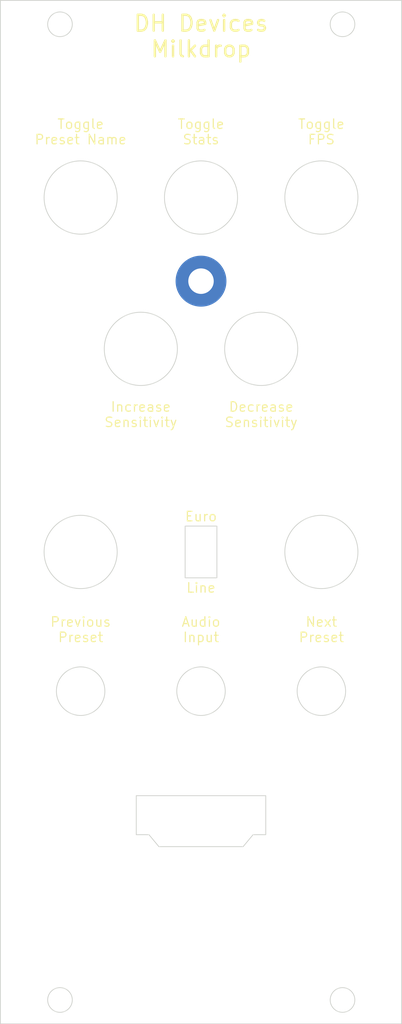
<source format=kicad_pcb>
(kicad_pcb (version 20221018) (generator pcbnew)
  (layers (0 "F.Cu" signal) (31 "B.Cu" signal) (34 "B.Paste" user) (35 "F.Paste" user) (36 "B.SilkS" user "B.Silkscreen") (37 "F.SilkS" user "F.Silkscreen") (38 "B.Mask" user) (39 "F.Mask" user) (44 "Edge.Cuts" user))
  (net 0 "")
  (net 1 "GND")
  (footprint "MountingHole:MountingHole_3.2mm_M3_Pad_TopOnly" (layer "B.Cu") (at 143.9 92.15 180)
    (fp_text reference "H2" hide)
    (fp_text value "MountingHole_Pad")
    (pad "1" thru_hole circle (at 0 0 180) (size 3.6 3.6) (drill 3.2) (layers "*.Cu" "*.Mask") (net 1 "GND"))
    (pad "1" connect circle (at 0 0 180) (size 6.4 6.4) (layers "B.Cu" "B.Mask") (net 1 "GND"))
  )
  (gr_line (start 152.05 161.65) (end 152.05 156.75) (stroke (width 0.1)) (layer "Edge.Cuts"))
  (gr_rect (start 118.65 56.9) (end 169.15 185.4) (stroke (width 0.1)) (fill none) (layer "Edge.Cuts"))
  (gr_circle (center 128.75 126.15) (end 133.35 126.15) (stroke (width 0.1)) (fill none) (layer "Edge.Cuts"))
  (gr_line (start 137.35 161.65) (end 135.75 161.65) (stroke (width 0.1)) (layer "Edge.Cuts"))
  (gr_line (start 138.6 163.15) (end 137.35 161.65) (stroke (width 0.1)) (layer "Edge.Cuts"))
  (gr_circle (center 136.325 100.65) (end 140.925 100.65) (stroke (width 0.1)) (fill none) (layer "Edge.Cuts"))
  (gr_line (start 135.75 156.75) (end 152.05 156.75) (stroke (width 0.1)) (layer "Edge.Cuts"))
  (gr_line (start 135.75 161.65) (end 135.75 156.75) (stroke (width 0.1)) (layer "Edge.Cuts"))
  (gr_circle (center 128.75 81.65) (end 133.35 81.65) (stroke (width 0.1)) (fill none) (layer "Edge.Cuts"))
  (gr_circle (center 159.05 126.15) (end 163.65 126.15) (stroke (width 0.1)) (fill none) (layer "Edge.Cuts"))
  (gr_circle (center 128.75 143.63) (end 131.8 143.63) (stroke (width 0.1)) (fill none) (layer "Edge.Cuts"))
  (gr_circle (center 159.05 143.63) (end 162.1 143.63) (stroke (width 0.1)) (fill none) (layer "Edge.Cuts"))
  (gr_circle (center 143.9 81.65) (end 148.5 81.65) (stroke (width 0.1)) (fill none) (layer "Edge.Cuts"))
  (gr_circle (center 161.71 59.9) (end 163.26 59.9) (stroke (width 0.1)) (fill none) (layer "Edge.Cuts"))
  (gr_line (start 152.05 161.65) (end 150.45 161.65) (stroke (width 0.1)) (layer "Edge.Cuts"))
  (gr_circle (center 159.05 81.65) (end 163.65 81.65) (stroke (width 0.1)) (fill none) (layer "Edge.Cuts"))
  (gr_circle (center 161.71 182.4) (end 163.26 182.4) (stroke (width 0.1)) (fill none) (layer "Edge.Cuts"))
  (gr_circle (center 151.475 100.65) (end 156.075 100.65) (stroke (width 0.1)) (fill none) (layer "Edge.Cuts"))
  (gr_line (start 150.45 161.65) (end 149.2 163.15) (stroke (width 0.1)) (layer "Edge.Cuts"))
  (gr_rect (start 141.9 122.9) (end 145.9 129.4) (stroke (width 0.1)) (fill none) (layer "Edge.Cuts"))
  (gr_circle (center 126.15 182.4) (end 127.7 182.4) (stroke (width 0.1)) (fill none) (layer "Edge.Cuts"))
  (gr_line (start 138.6 163.15) (end 149.2 163.15) (stroke (width 0.1)) (layer "Edge.Cuts"))
  (gr_circle (center 126.15 59.9) (end 127.7 59.9) (stroke (width 0.1)) (fill none) (layer "Edge.Cuts"))
  (gr_circle (center 143.9 143.63) (end 146.95 143.63) (stroke (width 0.1)) (fill none) (layer "Edge.Cuts"))
  (gr_text "Audio\nInput" (at 143.9 135.9) (layer "F.SilkS") (effects (font (size 1.2 1.2))))
  (gr_text "Euro" (at 143.9 121.7) (layer "F.SilkS") (effects (font (size 1.2 1.2))))
  (gr_text "Next\nPreset" (at 159.05 135.9) (layer "F.SilkS") (effects (font (size 1.2 1.2))))
  (gr_text "DH Devices\nMilkdrop" (at 143.9 61.4) (layer "F.SilkS") (effects (font (size 2 2) (thickness 0.3))))
  (gr_text "Toggle\nFPS" (at 159.05 73.4) (layer "F.SilkS") (effects (font (size 1.2 1.2))))
  (gr_text "Line" (at 143.9 130.65) (layer "F.SilkS") (effects (font (size 1.2 1.2))))
  (gr_text "Toggle\nStats" (at 143.9 73.4) (layer "F.SilkS") (effects (font (size 1.2 1.2))))
  (gr_text "Decrease\nSensitivity" (at 151.475 108.9) (layer "F.SilkS") (effects (font (size 1.2 1.2))))
  (gr_text "Increase\nSensitivity" (at 136.325 108.9) (layer "F.SilkS") (effects (font (size 1.2 1.2))))
  (gr_text "Previous\nPreset" (at 128.75 135.9) (layer "F.SilkS") (effects (font (size 1.2 1.2))))
  (gr_text "Toggle\nPreset Name" (at 128.75 73.4) (layer "F.SilkS") (effects (font (size 1.2 1.2))))
)
</source>
